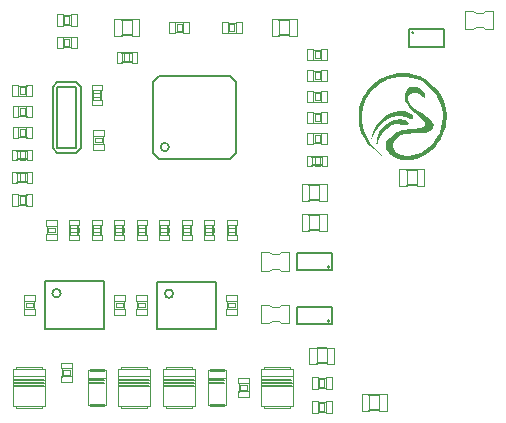
<source format=gbo>
G04 (created by PCBNEW (2013-03-19 BZR 4004)-stable) date 2014/11/26 17:53:31*
%MOIN*%
G04 Gerber Fmt 3.4, Leading zero omitted, Abs format*
%FSLAX34Y34*%
G01*
G70*
G90*
G04 APERTURE LIST*
%ADD10C,0*%
%ADD11C,0.00590551*%
%ADD12C,0.0026*%
%ADD13C,0.006*%
%ADD14C,0.004*%
%ADD15C,0.0019685*%
%ADD16C,0.0079*%
%ADD17C,0.0001*%
G04 APERTURE END LIST*
G54D10*
G54D11*
X70154Y-26234D02*
G75*
G03X70154Y-26234I-139J0D01*
G74*
G01*
X72377Y-25250D02*
X72377Y-24068D01*
X72377Y-24068D02*
X72181Y-23872D01*
X72181Y-23872D02*
X69818Y-23872D01*
X69818Y-23872D02*
X69622Y-24068D01*
X69622Y-24068D02*
X69622Y-26431D01*
X69622Y-26431D02*
X69818Y-26627D01*
X69818Y-26627D02*
X71984Y-26627D01*
X71984Y-26627D02*
X72181Y-26627D01*
X72181Y-26627D02*
X72377Y-26431D01*
X72377Y-26431D02*
X72377Y-25250D01*
G54D12*
X68910Y-21975D02*
X69165Y-21975D01*
X69165Y-21975D02*
X69165Y-22526D01*
X68910Y-22526D02*
X69165Y-22526D01*
X68910Y-21975D02*
X68910Y-22526D01*
X68330Y-21975D02*
X68586Y-21975D01*
X68586Y-21975D02*
X68586Y-22526D01*
X68330Y-22526D02*
X68586Y-22526D01*
X68330Y-21975D02*
X68330Y-22526D01*
G54D13*
X68589Y-22500D02*
X68911Y-22500D01*
X68589Y-22000D02*
X68911Y-22000D01*
G54D12*
X75410Y-32925D02*
X75665Y-32925D01*
X75665Y-32925D02*
X75665Y-33476D01*
X75410Y-33476D02*
X75665Y-33476D01*
X75410Y-32925D02*
X75410Y-33476D01*
X74830Y-32925D02*
X75086Y-32925D01*
X75086Y-32925D02*
X75086Y-33476D01*
X74830Y-33476D02*
X75086Y-33476D01*
X74830Y-32925D02*
X74830Y-33476D01*
G54D13*
X75089Y-33450D02*
X75411Y-33450D01*
X75089Y-32950D02*
X75411Y-32950D01*
G54D12*
X75160Y-28475D02*
X75415Y-28475D01*
X75415Y-28475D02*
X75415Y-29026D01*
X75160Y-29026D02*
X75415Y-29026D01*
X75160Y-28475D02*
X75160Y-29026D01*
X74580Y-28475D02*
X74836Y-28475D01*
X74836Y-28475D02*
X74836Y-29026D01*
X74580Y-29026D02*
X74836Y-29026D01*
X74580Y-28475D02*
X74580Y-29026D01*
G54D13*
X74839Y-29000D02*
X75161Y-29000D01*
X74839Y-28500D02*
X75161Y-28500D01*
G54D12*
X77160Y-34475D02*
X77415Y-34475D01*
X77415Y-34475D02*
X77415Y-35026D01*
X77160Y-35026D02*
X77415Y-35026D01*
X77160Y-34475D02*
X77160Y-35026D01*
X76580Y-34475D02*
X76836Y-34475D01*
X76836Y-34475D02*
X76836Y-35026D01*
X76580Y-35026D02*
X76836Y-35026D01*
X76580Y-34475D02*
X76580Y-35026D01*
G54D13*
X76839Y-35000D02*
X77161Y-35000D01*
X76839Y-34500D02*
X77161Y-34500D01*
G54D12*
X73840Y-22525D02*
X73585Y-22525D01*
X73585Y-22525D02*
X73585Y-21974D01*
X73840Y-21974D02*
X73585Y-21974D01*
X73840Y-22525D02*
X73840Y-21974D01*
X74420Y-22525D02*
X74164Y-22525D01*
X74164Y-22525D02*
X74164Y-21974D01*
X74420Y-21974D02*
X74164Y-21974D01*
X74420Y-22525D02*
X74420Y-21974D01*
G54D13*
X74161Y-22000D02*
X73839Y-22000D01*
X74161Y-22500D02*
X73839Y-22500D01*
G54D12*
X75160Y-27475D02*
X75415Y-27475D01*
X75415Y-27475D02*
X75415Y-28026D01*
X75160Y-28026D02*
X75415Y-28026D01*
X75160Y-27475D02*
X75160Y-28026D01*
X74580Y-27475D02*
X74836Y-27475D01*
X74836Y-27475D02*
X74836Y-28026D01*
X74580Y-28026D02*
X74836Y-28026D01*
X74580Y-27475D02*
X74580Y-28026D01*
G54D13*
X74839Y-28000D02*
X75161Y-28000D01*
X74839Y-27500D02*
X75161Y-27500D01*
G54D12*
X78410Y-26975D02*
X78665Y-26975D01*
X78665Y-26975D02*
X78665Y-27526D01*
X78410Y-27526D02*
X78665Y-27526D01*
X78410Y-26975D02*
X78410Y-27526D01*
X77830Y-26975D02*
X78086Y-26975D01*
X78086Y-26975D02*
X78086Y-27526D01*
X77830Y-27526D02*
X78086Y-27526D01*
X77830Y-26975D02*
X77830Y-27526D01*
G54D13*
X78089Y-27500D02*
X78411Y-27500D01*
X78089Y-27000D02*
X78411Y-27000D01*
G54D12*
X65440Y-26330D02*
X65600Y-26330D01*
X65600Y-26330D02*
X65600Y-26670D01*
X65440Y-26670D02*
X65600Y-26670D01*
X65440Y-26330D02*
X65440Y-26670D01*
X64940Y-26330D02*
X65100Y-26330D01*
X65100Y-26330D02*
X65100Y-26670D01*
X64940Y-26670D02*
X65100Y-26670D01*
X64940Y-26330D02*
X64940Y-26670D01*
X65192Y-26343D02*
X65348Y-26343D01*
X65348Y-26343D02*
X65348Y-26657D01*
X65192Y-26657D02*
X65348Y-26657D01*
X65192Y-26343D02*
X65192Y-26657D01*
G54D13*
X65100Y-26360D02*
X65440Y-26360D01*
X65440Y-26640D02*
X65100Y-26640D01*
G54D12*
X68580Y-23420D02*
X68420Y-23420D01*
X68420Y-23420D02*
X68420Y-23080D01*
X68580Y-23080D02*
X68420Y-23080D01*
X68580Y-23420D02*
X68580Y-23080D01*
X69080Y-23420D02*
X68920Y-23420D01*
X68920Y-23420D02*
X68920Y-23080D01*
X69080Y-23080D02*
X68920Y-23080D01*
X69080Y-23420D02*
X69080Y-23080D01*
X68828Y-23407D02*
X68672Y-23407D01*
X68672Y-23407D02*
X68672Y-23093D01*
X68828Y-23093D02*
X68672Y-23093D01*
X68828Y-23407D02*
X68828Y-23093D01*
G54D13*
X68920Y-23390D02*
X68580Y-23390D01*
X68580Y-23110D02*
X68920Y-23110D01*
G54D12*
X75270Y-26530D02*
X75430Y-26530D01*
X75430Y-26530D02*
X75430Y-26870D01*
X75270Y-26870D02*
X75430Y-26870D01*
X75270Y-26530D02*
X75270Y-26870D01*
X74770Y-26530D02*
X74930Y-26530D01*
X74930Y-26530D02*
X74930Y-26870D01*
X74770Y-26870D02*
X74930Y-26870D01*
X74770Y-26530D02*
X74770Y-26870D01*
X75022Y-26543D02*
X75178Y-26543D01*
X75178Y-26543D02*
X75178Y-26857D01*
X75022Y-26857D02*
X75178Y-26857D01*
X75022Y-26543D02*
X75022Y-26857D01*
G54D13*
X74930Y-26560D02*
X75270Y-26560D01*
X75270Y-26840D02*
X74930Y-26840D01*
G54D12*
X65440Y-27080D02*
X65600Y-27080D01*
X65600Y-27080D02*
X65600Y-27420D01*
X65440Y-27420D02*
X65600Y-27420D01*
X65440Y-27080D02*
X65440Y-27420D01*
X64940Y-27080D02*
X65100Y-27080D01*
X65100Y-27080D02*
X65100Y-27420D01*
X64940Y-27420D02*
X65100Y-27420D01*
X64940Y-27080D02*
X64940Y-27420D01*
X65192Y-27093D02*
X65348Y-27093D01*
X65348Y-27093D02*
X65348Y-27407D01*
X65192Y-27407D02*
X65348Y-27407D01*
X65192Y-27093D02*
X65192Y-27407D01*
G54D13*
X65100Y-27110D02*
X65440Y-27110D01*
X65440Y-27390D02*
X65100Y-27390D01*
G54D12*
X71670Y-29170D02*
X71670Y-29330D01*
X71670Y-29330D02*
X71330Y-29330D01*
X71330Y-29170D02*
X71330Y-29330D01*
X71670Y-29170D02*
X71330Y-29170D01*
X71670Y-28670D02*
X71670Y-28830D01*
X71670Y-28830D02*
X71330Y-28830D01*
X71330Y-28670D02*
X71330Y-28830D01*
X71670Y-28670D02*
X71330Y-28670D01*
X71657Y-28922D02*
X71657Y-29078D01*
X71657Y-29078D02*
X71343Y-29078D01*
X71343Y-28922D02*
X71343Y-29078D01*
X71657Y-28922D02*
X71343Y-28922D01*
G54D13*
X71640Y-28830D02*
X71640Y-29170D01*
X71360Y-29170D02*
X71360Y-28830D01*
G54D12*
X72420Y-29170D02*
X72420Y-29330D01*
X72420Y-29330D02*
X72080Y-29330D01*
X72080Y-29170D02*
X72080Y-29330D01*
X72420Y-29170D02*
X72080Y-29170D01*
X72420Y-28670D02*
X72420Y-28830D01*
X72420Y-28830D02*
X72080Y-28830D01*
X72080Y-28670D02*
X72080Y-28830D01*
X72420Y-28670D02*
X72080Y-28670D01*
X72407Y-28922D02*
X72407Y-29078D01*
X72407Y-29078D02*
X72093Y-29078D01*
X72093Y-28922D02*
X72093Y-29078D01*
X72407Y-28922D02*
X72093Y-28922D01*
G54D13*
X72390Y-28830D02*
X72390Y-29170D01*
X72110Y-29170D02*
X72110Y-28830D01*
G54D12*
X70920Y-29170D02*
X70920Y-29330D01*
X70920Y-29330D02*
X70580Y-29330D01*
X70580Y-29170D02*
X70580Y-29330D01*
X70920Y-29170D02*
X70580Y-29170D01*
X70920Y-28670D02*
X70920Y-28830D01*
X70920Y-28830D02*
X70580Y-28830D01*
X70580Y-28670D02*
X70580Y-28830D01*
X70920Y-28670D02*
X70580Y-28670D01*
X70907Y-28922D02*
X70907Y-29078D01*
X70907Y-29078D02*
X70593Y-29078D01*
X70593Y-28922D02*
X70593Y-29078D01*
X70907Y-28922D02*
X70593Y-28922D01*
G54D13*
X70890Y-28830D02*
X70890Y-29170D01*
X70610Y-29170D02*
X70610Y-28830D01*
G54D12*
X68670Y-29170D02*
X68670Y-29330D01*
X68670Y-29330D02*
X68330Y-29330D01*
X68330Y-29170D02*
X68330Y-29330D01*
X68670Y-29170D02*
X68330Y-29170D01*
X68670Y-28670D02*
X68670Y-28830D01*
X68670Y-28830D02*
X68330Y-28830D01*
X68330Y-28670D02*
X68330Y-28830D01*
X68670Y-28670D02*
X68330Y-28670D01*
X68657Y-28922D02*
X68657Y-29078D01*
X68657Y-29078D02*
X68343Y-29078D01*
X68343Y-28922D02*
X68343Y-29078D01*
X68657Y-28922D02*
X68343Y-28922D01*
G54D13*
X68640Y-28830D02*
X68640Y-29170D01*
X68360Y-29170D02*
X68360Y-28830D01*
G54D12*
X67170Y-29170D02*
X67170Y-29330D01*
X67170Y-29330D02*
X66830Y-29330D01*
X66830Y-29170D02*
X66830Y-29330D01*
X67170Y-29170D02*
X66830Y-29170D01*
X67170Y-28670D02*
X67170Y-28830D01*
X67170Y-28830D02*
X66830Y-28830D01*
X66830Y-28670D02*
X66830Y-28830D01*
X67170Y-28670D02*
X66830Y-28670D01*
X67157Y-28922D02*
X67157Y-29078D01*
X67157Y-29078D02*
X66843Y-29078D01*
X66843Y-28922D02*
X66843Y-29078D01*
X67157Y-28922D02*
X66843Y-28922D01*
G54D13*
X67140Y-28830D02*
X67140Y-29170D01*
X66860Y-29170D02*
X66860Y-28830D01*
G54D12*
X69420Y-29170D02*
X69420Y-29330D01*
X69420Y-29330D02*
X69080Y-29330D01*
X69080Y-29170D02*
X69080Y-29330D01*
X69420Y-29170D02*
X69080Y-29170D01*
X69420Y-28670D02*
X69420Y-28830D01*
X69420Y-28830D02*
X69080Y-28830D01*
X69080Y-28670D02*
X69080Y-28830D01*
X69420Y-28670D02*
X69080Y-28670D01*
X69407Y-28922D02*
X69407Y-29078D01*
X69407Y-29078D02*
X69093Y-29078D01*
X69093Y-28922D02*
X69093Y-29078D01*
X69407Y-28922D02*
X69093Y-28922D01*
G54D13*
X69390Y-28830D02*
X69390Y-29170D01*
X69110Y-29170D02*
X69110Y-28830D01*
G54D12*
X70170Y-29170D02*
X70170Y-29330D01*
X70170Y-29330D02*
X69830Y-29330D01*
X69830Y-29170D02*
X69830Y-29330D01*
X70170Y-29170D02*
X69830Y-29170D01*
X70170Y-28670D02*
X70170Y-28830D01*
X70170Y-28830D02*
X69830Y-28830D01*
X69830Y-28670D02*
X69830Y-28830D01*
X70170Y-28670D02*
X69830Y-28670D01*
X70157Y-28922D02*
X70157Y-29078D01*
X70157Y-29078D02*
X69843Y-29078D01*
X69843Y-28922D02*
X69843Y-29078D01*
X70157Y-28922D02*
X69843Y-28922D01*
G54D13*
X70140Y-28830D02*
X70140Y-29170D01*
X69860Y-29170D02*
X69860Y-28830D01*
G54D12*
X67580Y-24330D02*
X67580Y-24170D01*
X67580Y-24170D02*
X67920Y-24170D01*
X67920Y-24330D02*
X67920Y-24170D01*
X67580Y-24330D02*
X67920Y-24330D01*
X67580Y-24830D02*
X67580Y-24670D01*
X67580Y-24670D02*
X67920Y-24670D01*
X67920Y-24830D02*
X67920Y-24670D01*
X67580Y-24830D02*
X67920Y-24830D01*
X67593Y-24578D02*
X67593Y-24422D01*
X67593Y-24422D02*
X67907Y-24422D01*
X67907Y-24578D02*
X67907Y-24422D01*
X67593Y-24578D02*
X67907Y-24578D01*
G54D13*
X67610Y-24670D02*
X67610Y-24330D01*
X67890Y-24330D02*
X67890Y-24670D01*
G54D12*
X67920Y-29170D02*
X67920Y-29330D01*
X67920Y-29330D02*
X67580Y-29330D01*
X67580Y-29170D02*
X67580Y-29330D01*
X67920Y-29170D02*
X67580Y-29170D01*
X67920Y-28670D02*
X67920Y-28830D01*
X67920Y-28830D02*
X67580Y-28830D01*
X67580Y-28670D02*
X67580Y-28830D01*
X67920Y-28670D02*
X67580Y-28670D01*
X67907Y-28922D02*
X67907Y-29078D01*
X67907Y-29078D02*
X67593Y-29078D01*
X67593Y-28922D02*
X67593Y-29078D01*
X67907Y-28922D02*
X67593Y-28922D01*
G54D13*
X67890Y-28830D02*
X67890Y-29170D01*
X67610Y-29170D02*
X67610Y-28830D01*
G54D11*
X66277Y-24226D02*
X66277Y-26234D01*
X66277Y-26234D02*
X66277Y-26273D01*
X66277Y-26273D02*
X66435Y-26431D01*
X66435Y-26431D02*
X67064Y-26431D01*
X67064Y-26431D02*
X67222Y-26273D01*
X67222Y-26273D02*
X67222Y-24226D01*
X67222Y-24226D02*
X67064Y-24068D01*
X67064Y-24068D02*
X66435Y-24068D01*
X66435Y-24068D02*
X66277Y-24226D01*
X66435Y-24226D02*
X66435Y-26234D01*
X66435Y-26234D02*
X66435Y-26273D01*
X66435Y-26273D02*
X67064Y-26273D01*
X67064Y-26273D02*
X67064Y-24226D01*
X67064Y-24226D02*
X66435Y-24226D01*
G54D12*
X66935Y-33420D02*
X66935Y-33617D01*
X66935Y-33617D02*
X66561Y-33617D01*
X66561Y-33420D02*
X66561Y-33617D01*
X66935Y-33420D02*
X66561Y-33420D01*
X66935Y-33880D02*
X66935Y-34076D01*
X66935Y-34076D02*
X66561Y-34076D01*
X66561Y-33880D02*
X66561Y-34076D01*
X66935Y-33880D02*
X66561Y-33880D01*
X66868Y-33672D02*
X66868Y-33828D01*
X66868Y-33828D02*
X66632Y-33828D01*
X66632Y-33672D02*
X66632Y-33828D01*
X66868Y-33672D02*
X66632Y-33672D01*
G54D14*
X66580Y-33610D02*
X66580Y-33890D01*
X66914Y-33610D02*
X66914Y-33890D01*
G54D12*
X72835Y-33920D02*
X72835Y-34117D01*
X72835Y-34117D02*
X72461Y-34117D01*
X72461Y-33920D02*
X72461Y-34117D01*
X72835Y-33920D02*
X72461Y-33920D01*
X72835Y-34380D02*
X72835Y-34576D01*
X72835Y-34576D02*
X72461Y-34576D01*
X72461Y-34380D02*
X72461Y-34576D01*
X72835Y-34380D02*
X72461Y-34380D01*
X72768Y-34172D02*
X72768Y-34328D01*
X72768Y-34328D02*
X72532Y-34328D01*
X72532Y-34172D02*
X72532Y-34328D01*
X72768Y-34172D02*
X72532Y-34172D01*
G54D14*
X72480Y-34110D02*
X72480Y-34390D01*
X72814Y-34110D02*
X72814Y-34390D01*
G54D12*
X75430Y-26135D02*
X75233Y-26135D01*
X75233Y-26135D02*
X75233Y-25761D01*
X75430Y-25761D02*
X75233Y-25761D01*
X75430Y-26135D02*
X75430Y-25761D01*
X74970Y-26135D02*
X74774Y-26135D01*
X74774Y-26135D02*
X74774Y-25761D01*
X74970Y-25761D02*
X74774Y-25761D01*
X74970Y-26135D02*
X74970Y-25761D01*
X75178Y-26068D02*
X75022Y-26068D01*
X75022Y-26068D02*
X75022Y-25832D01*
X75178Y-25832D02*
X75022Y-25832D01*
X75178Y-26068D02*
X75178Y-25832D01*
G54D14*
X75240Y-25780D02*
X74960Y-25780D01*
X75240Y-26114D02*
X74960Y-26114D01*
G54D12*
X74770Y-25065D02*
X74967Y-25065D01*
X74967Y-25065D02*
X74967Y-25439D01*
X74770Y-25439D02*
X74967Y-25439D01*
X74770Y-25065D02*
X74770Y-25439D01*
X75230Y-25065D02*
X75426Y-25065D01*
X75426Y-25065D02*
X75426Y-25439D01*
X75230Y-25439D02*
X75426Y-25439D01*
X75230Y-25065D02*
X75230Y-25439D01*
X75022Y-25132D02*
X75178Y-25132D01*
X75178Y-25132D02*
X75178Y-25368D01*
X75022Y-25368D02*
X75178Y-25368D01*
X75022Y-25132D02*
X75022Y-25368D01*
G54D14*
X74960Y-25420D02*
X75240Y-25420D01*
X74960Y-25086D02*
X75240Y-25086D01*
G54D12*
X74770Y-24365D02*
X74967Y-24365D01*
X74967Y-24365D02*
X74967Y-24739D01*
X74770Y-24739D02*
X74967Y-24739D01*
X74770Y-24365D02*
X74770Y-24739D01*
X75230Y-24365D02*
X75426Y-24365D01*
X75426Y-24365D02*
X75426Y-24739D01*
X75230Y-24739D02*
X75426Y-24739D01*
X75230Y-24365D02*
X75230Y-24739D01*
X75022Y-24432D02*
X75178Y-24432D01*
X75178Y-24432D02*
X75178Y-24668D01*
X75022Y-24668D02*
X75178Y-24668D01*
X75022Y-24432D02*
X75022Y-24668D01*
G54D14*
X74960Y-24720D02*
X75240Y-24720D01*
X74960Y-24386D02*
X75240Y-24386D01*
G54D12*
X67080Y-22935D02*
X66883Y-22935D01*
X66883Y-22935D02*
X66883Y-22561D01*
X67080Y-22561D02*
X66883Y-22561D01*
X67080Y-22935D02*
X67080Y-22561D01*
X66620Y-22935D02*
X66424Y-22935D01*
X66424Y-22935D02*
X66424Y-22561D01*
X66620Y-22561D02*
X66424Y-22561D01*
X66620Y-22935D02*
X66620Y-22561D01*
X66828Y-22868D02*
X66672Y-22868D01*
X66672Y-22868D02*
X66672Y-22632D01*
X66828Y-22632D02*
X66672Y-22632D01*
X66828Y-22868D02*
X66828Y-22632D01*
G54D14*
X66890Y-22580D02*
X66610Y-22580D01*
X66890Y-22914D02*
X66610Y-22914D01*
G54D12*
X65600Y-25235D02*
X65403Y-25235D01*
X65403Y-25235D02*
X65403Y-24861D01*
X65600Y-24861D02*
X65403Y-24861D01*
X65600Y-25235D02*
X65600Y-24861D01*
X65140Y-25235D02*
X64944Y-25235D01*
X64944Y-25235D02*
X64944Y-24861D01*
X65140Y-24861D02*
X64944Y-24861D01*
X65140Y-25235D02*
X65140Y-24861D01*
X65348Y-25168D02*
X65192Y-25168D01*
X65192Y-25168D02*
X65192Y-24932D01*
X65348Y-24932D02*
X65192Y-24932D01*
X65348Y-25168D02*
X65348Y-24932D01*
G54D14*
X65410Y-24880D02*
X65130Y-24880D01*
X65410Y-25214D02*
X65130Y-25214D01*
G54D12*
X65600Y-25935D02*
X65403Y-25935D01*
X65403Y-25935D02*
X65403Y-25561D01*
X65600Y-25561D02*
X65403Y-25561D01*
X65600Y-25935D02*
X65600Y-25561D01*
X65140Y-25935D02*
X64944Y-25935D01*
X64944Y-25935D02*
X64944Y-25561D01*
X65140Y-25561D02*
X64944Y-25561D01*
X65140Y-25935D02*
X65140Y-25561D01*
X65348Y-25868D02*
X65192Y-25868D01*
X65192Y-25868D02*
X65192Y-25632D01*
X65348Y-25632D02*
X65192Y-25632D01*
X65348Y-25868D02*
X65348Y-25632D01*
G54D14*
X65410Y-25580D02*
X65130Y-25580D01*
X65410Y-25914D02*
X65130Y-25914D01*
G54D12*
X67080Y-22185D02*
X66883Y-22185D01*
X66883Y-22185D02*
X66883Y-21811D01*
X67080Y-21811D02*
X66883Y-21811D01*
X67080Y-22185D02*
X67080Y-21811D01*
X66620Y-22185D02*
X66424Y-22185D01*
X66424Y-22185D02*
X66424Y-21811D01*
X66620Y-21811D02*
X66424Y-21811D01*
X66620Y-22185D02*
X66620Y-21811D01*
X66828Y-22118D02*
X66672Y-22118D01*
X66672Y-22118D02*
X66672Y-21882D01*
X66828Y-21882D02*
X66672Y-21882D01*
X66828Y-22118D02*
X66828Y-21882D01*
G54D14*
X66890Y-21830D02*
X66610Y-21830D01*
X66890Y-22164D02*
X66610Y-22164D01*
G54D12*
X70830Y-22435D02*
X70633Y-22435D01*
X70633Y-22435D02*
X70633Y-22061D01*
X70830Y-22061D02*
X70633Y-22061D01*
X70830Y-22435D02*
X70830Y-22061D01*
X70370Y-22435D02*
X70174Y-22435D01*
X70174Y-22435D02*
X70174Y-22061D01*
X70370Y-22061D02*
X70174Y-22061D01*
X70370Y-22435D02*
X70370Y-22061D01*
X70578Y-22368D02*
X70422Y-22368D01*
X70422Y-22368D02*
X70422Y-22132D01*
X70578Y-22132D02*
X70422Y-22132D01*
X70578Y-22368D02*
X70578Y-22132D01*
G54D14*
X70640Y-22080D02*
X70360Y-22080D01*
X70640Y-22414D02*
X70360Y-22414D01*
G54D12*
X71920Y-22065D02*
X72117Y-22065D01*
X72117Y-22065D02*
X72117Y-22439D01*
X71920Y-22439D02*
X72117Y-22439D01*
X71920Y-22065D02*
X71920Y-22439D01*
X72380Y-22065D02*
X72576Y-22065D01*
X72576Y-22065D02*
X72576Y-22439D01*
X72380Y-22439D02*
X72576Y-22439D01*
X72380Y-22065D02*
X72380Y-22439D01*
X72172Y-22132D02*
X72328Y-22132D01*
X72328Y-22132D02*
X72328Y-22368D01*
X72172Y-22368D02*
X72328Y-22368D01*
X72172Y-22132D02*
X72172Y-22368D01*
G54D14*
X72110Y-22420D02*
X72390Y-22420D01*
X72110Y-22086D02*
X72390Y-22086D01*
G54D12*
X64940Y-24165D02*
X65137Y-24165D01*
X65137Y-24165D02*
X65137Y-24539D01*
X64940Y-24539D02*
X65137Y-24539D01*
X64940Y-24165D02*
X64940Y-24539D01*
X65400Y-24165D02*
X65596Y-24165D01*
X65596Y-24165D02*
X65596Y-24539D01*
X65400Y-24539D02*
X65596Y-24539D01*
X65400Y-24165D02*
X65400Y-24539D01*
X65192Y-24232D02*
X65348Y-24232D01*
X65348Y-24232D02*
X65348Y-24468D01*
X65192Y-24468D02*
X65348Y-24468D01*
X65192Y-24232D02*
X65192Y-24468D01*
G54D14*
X65130Y-24520D02*
X65410Y-24520D01*
X65130Y-24186D02*
X65410Y-24186D01*
G54D12*
X66435Y-28670D02*
X66435Y-28867D01*
X66435Y-28867D02*
X66061Y-28867D01*
X66061Y-28670D02*
X66061Y-28867D01*
X66435Y-28670D02*
X66061Y-28670D01*
X66435Y-29130D02*
X66435Y-29326D01*
X66435Y-29326D02*
X66061Y-29326D01*
X66061Y-29130D02*
X66061Y-29326D01*
X66435Y-29130D02*
X66061Y-29130D01*
X66368Y-28922D02*
X66368Y-29078D01*
X66368Y-29078D02*
X66132Y-29078D01*
X66132Y-28922D02*
X66132Y-29078D01*
X66368Y-28922D02*
X66132Y-28922D01*
G54D14*
X66080Y-28860D02*
X66080Y-29140D01*
X66414Y-28860D02*
X66414Y-29140D01*
G54D12*
X74770Y-23665D02*
X74967Y-23665D01*
X74967Y-23665D02*
X74967Y-24039D01*
X74770Y-24039D02*
X74967Y-24039D01*
X74770Y-23665D02*
X74770Y-24039D01*
X75230Y-23665D02*
X75426Y-23665D01*
X75426Y-23665D02*
X75426Y-24039D01*
X75230Y-24039D02*
X75426Y-24039D01*
X75230Y-23665D02*
X75230Y-24039D01*
X75022Y-23732D02*
X75178Y-23732D01*
X75178Y-23732D02*
X75178Y-23968D01*
X75022Y-23968D02*
X75178Y-23968D01*
X75022Y-23732D02*
X75022Y-23968D01*
G54D14*
X74960Y-24020D02*
X75240Y-24020D01*
X74960Y-23686D02*
X75240Y-23686D01*
G54D12*
X74770Y-22965D02*
X74967Y-22965D01*
X74967Y-22965D02*
X74967Y-23339D01*
X74770Y-23339D02*
X74967Y-23339D01*
X74770Y-22965D02*
X74770Y-23339D01*
X75230Y-22965D02*
X75426Y-22965D01*
X75426Y-22965D02*
X75426Y-23339D01*
X75230Y-23339D02*
X75426Y-23339D01*
X75230Y-22965D02*
X75230Y-23339D01*
X75022Y-23032D02*
X75178Y-23032D01*
X75178Y-23032D02*
X75178Y-23268D01*
X75022Y-23268D02*
X75178Y-23268D01*
X75022Y-23032D02*
X75022Y-23268D01*
G54D14*
X74960Y-23320D02*
X75240Y-23320D01*
X74960Y-22986D02*
X75240Y-22986D01*
G54D12*
X67993Y-25672D02*
X67993Y-25869D01*
X67993Y-25869D02*
X67619Y-25869D01*
X67619Y-25672D02*
X67619Y-25869D01*
X67993Y-25672D02*
X67619Y-25672D01*
X67993Y-26132D02*
X67993Y-26328D01*
X67993Y-26328D02*
X67619Y-26328D01*
X67619Y-26132D02*
X67619Y-26328D01*
X67993Y-26132D02*
X67619Y-26132D01*
X67926Y-25924D02*
X67926Y-26080D01*
X67926Y-26080D02*
X67690Y-26080D01*
X67690Y-25924D02*
X67690Y-26080D01*
X67926Y-25924D02*
X67690Y-25924D01*
G54D14*
X67638Y-25862D02*
X67638Y-26142D01*
X67972Y-25862D02*
X67972Y-26142D01*
G54D12*
X64940Y-27815D02*
X65137Y-27815D01*
X65137Y-27815D02*
X65137Y-28189D01*
X64940Y-28189D02*
X65137Y-28189D01*
X64940Y-27815D02*
X64940Y-28189D01*
X65400Y-27815D02*
X65596Y-27815D01*
X65596Y-27815D02*
X65596Y-28189D01*
X65400Y-28189D02*
X65596Y-28189D01*
X65400Y-27815D02*
X65400Y-28189D01*
X65192Y-27882D02*
X65348Y-27882D01*
X65348Y-27882D02*
X65348Y-28118D01*
X65192Y-28118D02*
X65348Y-28118D01*
X65192Y-27882D02*
X65192Y-28118D01*
G54D14*
X65130Y-28170D02*
X65410Y-28170D01*
X65130Y-27836D02*
X65410Y-27836D01*
G54D12*
X75580Y-35085D02*
X75383Y-35085D01*
X75383Y-35085D02*
X75383Y-34711D01*
X75580Y-34711D02*
X75383Y-34711D01*
X75580Y-35085D02*
X75580Y-34711D01*
X75120Y-35085D02*
X74924Y-35085D01*
X74924Y-35085D02*
X74924Y-34711D01*
X75120Y-34711D02*
X74924Y-34711D01*
X75120Y-35085D02*
X75120Y-34711D01*
X75328Y-35018D02*
X75172Y-35018D01*
X75172Y-35018D02*
X75172Y-34782D01*
X75328Y-34782D02*
X75172Y-34782D01*
X75328Y-35018D02*
X75328Y-34782D01*
G54D14*
X75390Y-34730D02*
X75110Y-34730D01*
X75390Y-35064D02*
X75110Y-35064D01*
G54D12*
X74920Y-33915D02*
X75117Y-33915D01*
X75117Y-33915D02*
X75117Y-34289D01*
X74920Y-34289D02*
X75117Y-34289D01*
X74920Y-33915D02*
X74920Y-34289D01*
X75380Y-33915D02*
X75576Y-33915D01*
X75576Y-33915D02*
X75576Y-34289D01*
X75380Y-34289D02*
X75576Y-34289D01*
X75380Y-33915D02*
X75380Y-34289D01*
X75172Y-33982D02*
X75328Y-33982D01*
X75328Y-33982D02*
X75328Y-34218D01*
X75172Y-34218D02*
X75328Y-34218D01*
X75172Y-33982D02*
X75172Y-34218D01*
G54D14*
X75110Y-34270D02*
X75390Y-34270D01*
X75110Y-33936D02*
X75390Y-33936D01*
G54D11*
X66548Y-31106D02*
G75*
G03X66548Y-31106I-139J0D01*
G74*
G01*
X66015Y-31500D02*
X66015Y-32287D01*
X66015Y-32287D02*
X67984Y-32287D01*
X67984Y-32287D02*
X67984Y-30712D01*
X67984Y-30712D02*
X66015Y-30712D01*
X66015Y-30712D02*
X66015Y-31500D01*
X70298Y-31124D02*
G75*
G03X70298Y-31124I-139J0D01*
G74*
G01*
X69765Y-31518D02*
X69765Y-32305D01*
X69765Y-32305D02*
X71734Y-32305D01*
X71734Y-32305D02*
X71734Y-30730D01*
X71734Y-30730D02*
X69765Y-30730D01*
X69765Y-30730D02*
X69765Y-31518D01*
X75500Y-32028D02*
G75*
G03X75500Y-32028I-27J0D01*
G74*
G01*
X75590Y-32146D02*
X74409Y-32146D01*
X74409Y-32146D02*
X74409Y-31556D01*
X74409Y-31556D02*
X75590Y-31556D01*
X75590Y-32146D02*
X75590Y-31556D01*
X78305Y-22421D02*
G75*
G03X78305Y-22421I-27J0D01*
G74*
G01*
X78159Y-22303D02*
X79340Y-22303D01*
X79340Y-22303D02*
X79340Y-22893D01*
X79340Y-22893D02*
X78159Y-22893D01*
X78159Y-22303D02*
X78159Y-22893D01*
X75500Y-30228D02*
G75*
G03X75500Y-30228I-27J0D01*
G74*
G01*
X75590Y-30346D02*
X74409Y-30346D01*
X74409Y-30346D02*
X74409Y-29756D01*
X74409Y-29756D02*
X75590Y-29756D01*
X75590Y-30346D02*
X75590Y-29756D01*
G54D15*
X80618Y-22236D02*
X80381Y-22236D01*
X80618Y-22236D02*
X80696Y-22314D01*
X80696Y-22314D02*
X80972Y-22314D01*
X80972Y-21724D02*
X80972Y-21685D01*
X80972Y-21685D02*
X80696Y-21685D01*
X80696Y-21685D02*
X80618Y-21763D01*
X80618Y-21763D02*
X80381Y-21763D01*
X80381Y-21763D02*
X80303Y-21685D01*
X80303Y-21685D02*
X80027Y-21685D01*
X80027Y-21685D02*
X80027Y-21881D01*
X80027Y-21881D02*
X80027Y-22314D01*
X80027Y-22314D02*
X80303Y-22314D01*
X80303Y-22314D02*
X80381Y-22236D01*
X80972Y-22314D02*
X80972Y-21724D01*
X73581Y-31563D02*
X73818Y-31563D01*
X73581Y-31563D02*
X73503Y-31485D01*
X73503Y-31485D02*
X73227Y-31485D01*
X73227Y-32075D02*
X73227Y-32114D01*
X73227Y-32114D02*
X73503Y-32114D01*
X73503Y-32114D02*
X73581Y-32036D01*
X73581Y-32036D02*
X73818Y-32036D01*
X73818Y-32036D02*
X73896Y-32114D01*
X73896Y-32114D02*
X74172Y-32114D01*
X74172Y-32114D02*
X74172Y-31918D01*
X74172Y-31918D02*
X74172Y-31485D01*
X74172Y-31485D02*
X73896Y-31485D01*
X73896Y-31485D02*
X73818Y-31563D01*
X73227Y-31485D02*
X73227Y-32075D01*
X73581Y-29813D02*
X73818Y-29813D01*
X73581Y-29813D02*
X73503Y-29735D01*
X73503Y-29735D02*
X73227Y-29735D01*
X73227Y-30325D02*
X73227Y-30364D01*
X73227Y-30364D02*
X73503Y-30364D01*
X73503Y-30364D02*
X73581Y-30286D01*
X73581Y-30286D02*
X73818Y-30286D01*
X73818Y-30286D02*
X73896Y-30364D01*
X73896Y-30364D02*
X74172Y-30364D01*
X74172Y-30364D02*
X74172Y-30168D01*
X74172Y-30168D02*
X74172Y-29735D01*
X74172Y-29735D02*
X73896Y-29735D01*
X73896Y-29735D02*
X73818Y-29813D01*
X73227Y-29735D02*
X73227Y-30325D01*
G54D16*
X69450Y-34200D02*
X69500Y-34200D01*
X68500Y-34200D02*
X69450Y-34200D01*
X68500Y-34100D02*
X69500Y-34100D01*
X68505Y-33990D02*
X69485Y-33990D01*
G54D12*
X69433Y-33562D02*
X69433Y-33640D01*
X69433Y-33640D02*
X68567Y-33640D01*
X68567Y-33562D02*
X68567Y-33640D01*
X69433Y-33562D02*
X68567Y-33562D01*
X69433Y-34860D02*
X69433Y-34938D01*
X69433Y-34938D02*
X68567Y-34938D01*
X68567Y-34860D02*
X68567Y-34938D01*
X69433Y-34860D02*
X68567Y-34860D01*
X69531Y-33621D02*
X69531Y-33876D01*
X69531Y-33876D02*
X68469Y-33876D01*
X68469Y-33621D02*
X68469Y-33876D01*
X69531Y-33621D02*
X68469Y-33621D01*
G54D14*
X68469Y-33621D02*
X68469Y-34879D01*
X68469Y-34879D02*
X69531Y-34879D01*
X69531Y-34879D02*
X69531Y-33621D01*
X69531Y-33621D02*
X68469Y-33621D01*
G54D16*
X65950Y-34200D02*
X66000Y-34200D01*
X65000Y-34200D02*
X65950Y-34200D01*
X65000Y-34100D02*
X66000Y-34100D01*
X65005Y-33990D02*
X65985Y-33990D01*
G54D12*
X65933Y-33562D02*
X65933Y-33640D01*
X65933Y-33640D02*
X65067Y-33640D01*
X65067Y-33562D02*
X65067Y-33640D01*
X65933Y-33562D02*
X65067Y-33562D01*
X65933Y-34860D02*
X65933Y-34938D01*
X65933Y-34938D02*
X65067Y-34938D01*
X65067Y-34860D02*
X65067Y-34938D01*
X65933Y-34860D02*
X65067Y-34860D01*
X66031Y-33621D02*
X66031Y-33876D01*
X66031Y-33876D02*
X64969Y-33876D01*
X64969Y-33621D02*
X64969Y-33876D01*
X66031Y-33621D02*
X64969Y-33621D01*
G54D14*
X64969Y-33621D02*
X64969Y-34879D01*
X64969Y-34879D02*
X66031Y-34879D01*
X66031Y-34879D02*
X66031Y-33621D01*
X66031Y-33621D02*
X64969Y-33621D01*
G54D16*
X74200Y-34200D02*
X74250Y-34200D01*
X73250Y-34200D02*
X74200Y-34200D01*
X73250Y-34100D02*
X74250Y-34100D01*
X73255Y-33990D02*
X74235Y-33990D01*
G54D12*
X74183Y-33562D02*
X74183Y-33640D01*
X74183Y-33640D02*
X73317Y-33640D01*
X73317Y-33562D02*
X73317Y-33640D01*
X74183Y-33562D02*
X73317Y-33562D01*
X74183Y-34860D02*
X74183Y-34938D01*
X74183Y-34938D02*
X73317Y-34938D01*
X73317Y-34860D02*
X73317Y-34938D01*
X74183Y-34860D02*
X73317Y-34860D01*
X74281Y-33621D02*
X74281Y-33876D01*
X74281Y-33876D02*
X73219Y-33876D01*
X73219Y-33621D02*
X73219Y-33876D01*
X74281Y-33621D02*
X73219Y-33621D01*
G54D14*
X73219Y-33621D02*
X73219Y-34879D01*
X73219Y-34879D02*
X74281Y-34879D01*
X74281Y-34879D02*
X74281Y-33621D01*
X74281Y-33621D02*
X73219Y-33621D01*
G54D16*
X70950Y-34200D02*
X71000Y-34200D01*
X70000Y-34200D02*
X70950Y-34200D01*
X70000Y-34100D02*
X71000Y-34100D01*
X70005Y-33990D02*
X70985Y-33990D01*
G54D12*
X70933Y-33562D02*
X70933Y-33640D01*
X70933Y-33640D02*
X70067Y-33640D01*
X70067Y-33562D02*
X70067Y-33640D01*
X70933Y-33562D02*
X70067Y-33562D01*
X70933Y-34860D02*
X70933Y-34938D01*
X70933Y-34938D02*
X70067Y-34938D01*
X70067Y-34860D02*
X70067Y-34938D01*
X70933Y-34860D02*
X70067Y-34860D01*
X71031Y-33621D02*
X71031Y-33876D01*
X71031Y-33876D02*
X69969Y-33876D01*
X69969Y-33621D02*
X69969Y-33876D01*
X71031Y-33621D02*
X69969Y-33621D01*
G54D14*
X69969Y-33621D02*
X69969Y-34879D01*
X69969Y-34879D02*
X71031Y-34879D01*
X71031Y-34879D02*
X71031Y-33621D01*
X71031Y-33621D02*
X69969Y-33621D01*
G54D16*
X67500Y-34100D02*
X68000Y-34100D01*
X67500Y-34000D02*
X68000Y-34000D01*
G54D12*
X67986Y-33621D02*
X67986Y-33699D01*
X67986Y-33699D02*
X67514Y-33699D01*
X67514Y-33621D02*
X67514Y-33699D01*
X67986Y-33621D02*
X67514Y-33621D01*
X67986Y-34801D02*
X67986Y-34879D01*
X67986Y-34879D02*
X67514Y-34879D01*
X67514Y-34801D02*
X67514Y-34879D01*
X67986Y-34801D02*
X67514Y-34801D01*
X68045Y-33680D02*
X68045Y-33936D01*
X68045Y-33936D02*
X67455Y-33936D01*
X67455Y-33680D02*
X67455Y-33936D01*
X68045Y-33680D02*
X67455Y-33680D01*
G54D14*
X67455Y-33680D02*
X67455Y-34820D01*
X67455Y-34820D02*
X68045Y-34820D01*
X68045Y-34820D02*
X68045Y-33680D01*
X68045Y-33680D02*
X67455Y-33680D01*
G54D16*
X71500Y-34100D02*
X72000Y-34100D01*
X71500Y-34000D02*
X72000Y-34000D01*
G54D12*
X71986Y-33621D02*
X71986Y-33699D01*
X71986Y-33699D02*
X71514Y-33699D01*
X71514Y-33621D02*
X71514Y-33699D01*
X71986Y-33621D02*
X71514Y-33621D01*
X71986Y-34801D02*
X71986Y-34879D01*
X71986Y-34879D02*
X71514Y-34879D01*
X71514Y-34801D02*
X71514Y-34879D01*
X71986Y-34801D02*
X71514Y-34801D01*
X72045Y-33680D02*
X72045Y-33936D01*
X72045Y-33936D02*
X71455Y-33936D01*
X71455Y-33680D02*
X71455Y-33936D01*
X72045Y-33680D02*
X71455Y-33680D01*
G54D14*
X71455Y-33680D02*
X71455Y-34820D01*
X71455Y-34820D02*
X72045Y-34820D01*
X72045Y-34820D02*
X72045Y-33680D01*
X72045Y-33680D02*
X71455Y-33680D01*
G54D12*
X68315Y-31830D02*
X68315Y-31633D01*
X68315Y-31633D02*
X68689Y-31633D01*
X68689Y-31830D02*
X68689Y-31633D01*
X68315Y-31830D02*
X68689Y-31830D01*
X68315Y-31370D02*
X68315Y-31174D01*
X68315Y-31174D02*
X68689Y-31174D01*
X68689Y-31370D02*
X68689Y-31174D01*
X68315Y-31370D02*
X68689Y-31370D01*
X68382Y-31578D02*
X68382Y-31422D01*
X68382Y-31422D02*
X68618Y-31422D01*
X68618Y-31578D02*
X68618Y-31422D01*
X68382Y-31578D02*
X68618Y-31578D01*
G54D14*
X68670Y-31640D02*
X68670Y-31360D01*
X68336Y-31640D02*
X68336Y-31360D01*
G54D12*
X65315Y-31830D02*
X65315Y-31633D01*
X65315Y-31633D02*
X65689Y-31633D01*
X65689Y-31830D02*
X65689Y-31633D01*
X65315Y-31830D02*
X65689Y-31830D01*
X65315Y-31370D02*
X65315Y-31174D01*
X65315Y-31174D02*
X65689Y-31174D01*
X65689Y-31370D02*
X65689Y-31174D01*
X65315Y-31370D02*
X65689Y-31370D01*
X65382Y-31578D02*
X65382Y-31422D01*
X65382Y-31422D02*
X65618Y-31422D01*
X65618Y-31578D02*
X65618Y-31422D01*
X65382Y-31578D02*
X65618Y-31578D01*
G54D14*
X65670Y-31640D02*
X65670Y-31360D01*
X65336Y-31640D02*
X65336Y-31360D01*
G54D12*
X72065Y-31830D02*
X72065Y-31633D01*
X72065Y-31633D02*
X72439Y-31633D01*
X72439Y-31830D02*
X72439Y-31633D01*
X72065Y-31830D02*
X72439Y-31830D01*
X72065Y-31370D02*
X72065Y-31174D01*
X72065Y-31174D02*
X72439Y-31174D01*
X72439Y-31370D02*
X72439Y-31174D01*
X72065Y-31370D02*
X72439Y-31370D01*
X72132Y-31578D02*
X72132Y-31422D01*
X72132Y-31422D02*
X72368Y-31422D01*
X72368Y-31578D02*
X72368Y-31422D01*
X72132Y-31578D02*
X72368Y-31578D01*
G54D14*
X72420Y-31640D02*
X72420Y-31360D01*
X72086Y-31640D02*
X72086Y-31360D01*
G54D12*
X69065Y-31830D02*
X69065Y-31633D01*
X69065Y-31633D02*
X69439Y-31633D01*
X69439Y-31830D02*
X69439Y-31633D01*
X69065Y-31830D02*
X69439Y-31830D01*
X69065Y-31370D02*
X69065Y-31174D01*
X69065Y-31174D02*
X69439Y-31174D01*
X69439Y-31370D02*
X69439Y-31174D01*
X69065Y-31370D02*
X69439Y-31370D01*
X69132Y-31578D02*
X69132Y-31422D01*
X69132Y-31422D02*
X69368Y-31422D01*
X69368Y-31578D02*
X69368Y-31422D01*
X69132Y-31578D02*
X69368Y-31578D01*
G54D14*
X69420Y-31640D02*
X69420Y-31360D01*
X69086Y-31640D02*
X69086Y-31360D01*
G54D17*
G36*
X79417Y-25256D02*
X79406Y-25402D01*
X79376Y-25553D01*
X79332Y-25706D01*
X79271Y-25857D01*
X79222Y-25955D01*
X79142Y-26082D01*
X79044Y-26203D01*
X78930Y-26318D01*
X78807Y-26419D01*
X78677Y-26506D01*
X78544Y-26575D01*
X78500Y-26593D01*
X78377Y-26630D01*
X78242Y-26654D01*
X78104Y-26665D01*
X77972Y-26660D01*
X77918Y-26653D01*
X77783Y-26621D01*
X77664Y-26574D01*
X77564Y-26512D01*
X77480Y-26435D01*
X77416Y-26343D01*
X77405Y-26322D01*
X77384Y-26256D01*
X77377Y-26181D01*
X77386Y-26107D01*
X77408Y-26045D01*
X77449Y-25983D01*
X77510Y-25919D01*
X77586Y-25856D01*
X77672Y-25797D01*
X77762Y-25746D01*
X77855Y-25704D01*
X77856Y-25704D01*
X77938Y-25678D01*
X78032Y-25657D01*
X78142Y-25641D01*
X78272Y-25629D01*
X78318Y-25626D01*
X78388Y-25620D01*
X78456Y-25614D01*
X78513Y-25606D01*
X78556Y-25598D01*
X78567Y-25595D01*
X78617Y-25573D01*
X78658Y-25542D01*
X78684Y-25506D01*
X78691Y-25478D01*
X78680Y-25428D01*
X78649Y-25370D01*
X78600Y-25306D01*
X78534Y-25237D01*
X78453Y-25167D01*
X78423Y-25142D01*
X78356Y-25087D01*
X78288Y-25024D01*
X78223Y-24958D01*
X78163Y-24893D01*
X78113Y-24832D01*
X78078Y-24781D01*
X78071Y-24768D01*
X78036Y-24694D01*
X78018Y-24630D01*
X78013Y-24570D01*
X78020Y-24508D01*
X78045Y-24416D01*
X78086Y-24340D01*
X78138Y-24282D01*
X78200Y-24242D01*
X78229Y-24233D01*
X78283Y-24226D01*
X78349Y-24227D01*
X78419Y-24238D01*
X78477Y-24253D01*
X78546Y-24287D01*
X78606Y-24337D01*
X78652Y-24398D01*
X78682Y-24464D01*
X78691Y-24526D01*
X78689Y-24572D01*
X78684Y-24596D01*
X78670Y-24598D01*
X78646Y-24582D01*
X78622Y-24559D01*
X78558Y-24507D01*
X78487Y-24466D01*
X78415Y-24438D01*
X78348Y-24426D01*
X78343Y-24426D01*
X78276Y-24435D01*
X78215Y-24459D01*
X78168Y-24494D01*
X78157Y-24507D01*
X78137Y-24554D01*
X78128Y-24612D01*
X78132Y-24673D01*
X78149Y-24730D01*
X78151Y-24732D01*
X78196Y-24804D01*
X78264Y-24879D01*
X78354Y-24957D01*
X78462Y-25034D01*
X78577Y-25105D01*
X78685Y-25169D01*
X78772Y-25226D01*
X78842Y-25281D01*
X78896Y-25334D01*
X78936Y-25387D01*
X78955Y-25420D01*
X78976Y-25485D01*
X78974Y-25548D01*
X78951Y-25609D01*
X78908Y-25664D01*
X78845Y-25711D01*
X78768Y-25748D01*
X78744Y-25756D01*
X78718Y-25763D01*
X78689Y-25767D01*
X78652Y-25771D01*
X78604Y-25774D01*
X78541Y-25775D01*
X78460Y-25777D01*
X78416Y-25778D01*
X78282Y-25781D01*
X78171Y-25786D01*
X78076Y-25796D01*
X77999Y-25809D01*
X77932Y-25827D01*
X77875Y-25850D01*
X77824Y-25881D01*
X77776Y-25917D01*
X77760Y-25930D01*
X77696Y-25999D01*
X77653Y-26073D01*
X77632Y-26149D01*
X77632Y-26223D01*
X77648Y-26282D01*
X77693Y-26358D01*
X77758Y-26418D01*
X77840Y-26466D01*
X77941Y-26501D01*
X78056Y-26520D01*
X78158Y-26525D01*
X78299Y-26514D01*
X78437Y-26478D01*
X78572Y-26419D01*
X78704Y-26338D01*
X78832Y-26234D01*
X78880Y-26188D01*
X79000Y-26052D01*
X79099Y-25906D01*
X79176Y-25753D01*
X79232Y-25594D01*
X79268Y-25430D01*
X79284Y-25265D01*
X79278Y-25101D01*
X79251Y-24937D01*
X79204Y-24776D01*
X79135Y-24620D01*
X79045Y-24472D01*
X78936Y-24333D01*
X78859Y-24254D01*
X78724Y-24142D01*
X78580Y-24050D01*
X78427Y-23978D01*
X78268Y-23928D01*
X78104Y-23897D01*
X77940Y-23887D01*
X77776Y-23898D01*
X77612Y-23929D01*
X77452Y-23980D01*
X77300Y-24052D01*
X77156Y-24145D01*
X77024Y-24254D01*
X76935Y-24346D01*
X76861Y-24436D01*
X76798Y-24534D01*
X76742Y-24637D01*
X76671Y-24805D01*
X76624Y-24974D01*
X76599Y-25146D01*
X76598Y-25321D01*
X76603Y-25385D01*
X76626Y-25540D01*
X76663Y-25686D01*
X76714Y-25824D01*
X76782Y-25958D01*
X76868Y-26088D01*
X76972Y-26218D01*
X77096Y-26350D01*
X77243Y-26486D01*
X77259Y-26500D01*
X77286Y-26525D01*
X77296Y-26536D01*
X77289Y-26534D01*
X77268Y-26521D01*
X77235Y-26498D01*
X77189Y-26464D01*
X77134Y-26422D01*
X77119Y-26409D01*
X76981Y-26297D01*
X76865Y-26190D01*
X76768Y-26085D01*
X76688Y-25979D01*
X76623Y-25870D01*
X76571Y-25755D01*
X76531Y-25630D01*
X76500Y-25495D01*
X76496Y-25471D01*
X76476Y-25284D01*
X76479Y-25102D01*
X76504Y-24922D01*
X76553Y-24747D01*
X76624Y-24580D01*
X76715Y-24422D01*
X76828Y-24275D01*
X76924Y-24174D01*
X77060Y-24058D01*
X77201Y-23961D01*
X77353Y-23885D01*
X77518Y-23826D01*
X77698Y-23784D01*
X77725Y-23779D01*
X77820Y-23765D01*
X77902Y-23757D01*
X77977Y-23757D01*
X78056Y-23763D01*
X78148Y-23778D01*
X78153Y-23778D01*
X78344Y-23821D01*
X78520Y-23883D01*
X78684Y-23965D01*
X78834Y-24066D01*
X78973Y-24187D01*
X79004Y-24220D01*
X79117Y-24350D01*
X79211Y-24488D01*
X79286Y-24636D01*
X79344Y-24796D01*
X79388Y-24971D01*
X79411Y-25123D01*
X79417Y-25256D01*
X79417Y-25256D01*
X79417Y-25256D01*
G37*
G36*
X78151Y-25438D02*
X78140Y-25470D01*
X78111Y-25493D01*
X78064Y-25504D01*
X78004Y-25502D01*
X77931Y-25490D01*
X77920Y-25487D01*
X77814Y-25471D01*
X77707Y-25479D01*
X77599Y-25510D01*
X77488Y-25565D01*
X77488Y-25566D01*
X77409Y-25623D01*
X77332Y-25702D01*
X77260Y-25798D01*
X77192Y-25907D01*
X77135Y-26026D01*
X77128Y-26042D01*
X77109Y-26088D01*
X77092Y-26125D01*
X77081Y-26147D01*
X77079Y-26150D01*
X77075Y-26144D01*
X77075Y-26118D01*
X77077Y-26080D01*
X77078Y-26072D01*
X77092Y-25969D01*
X77116Y-25875D01*
X77153Y-25782D01*
X77171Y-25746D01*
X77236Y-25638D01*
X77320Y-25541D01*
X77420Y-25456D01*
X77531Y-25388D01*
X77651Y-25338D01*
X77655Y-25338D01*
X77731Y-25319D01*
X77809Y-25311D01*
X77888Y-25311D01*
X77962Y-25319D01*
X78028Y-25335D01*
X78084Y-25357D01*
X78124Y-25385D01*
X78148Y-25418D01*
X78151Y-25438D01*
X78151Y-25438D01*
X78151Y-25438D01*
G37*
G36*
X78308Y-25223D02*
X78301Y-25258D01*
X78283Y-25280D01*
X78250Y-25288D01*
X78202Y-25284D01*
X78136Y-25266D01*
X78087Y-25250D01*
X78037Y-25234D01*
X77999Y-25223D01*
X77960Y-25216D01*
X77916Y-25213D01*
X77859Y-25212D01*
X77828Y-25211D01*
X77760Y-25212D01*
X77707Y-25214D01*
X77664Y-25220D01*
X77625Y-25230D01*
X77595Y-25239D01*
X77468Y-25295D01*
X77348Y-25373D01*
X77234Y-25474D01*
X77127Y-25598D01*
X77027Y-25746D01*
X76964Y-25857D01*
X76940Y-25901D01*
X76920Y-25934D01*
X76908Y-25953D01*
X76904Y-25954D01*
X76908Y-25938D01*
X76917Y-25905D01*
X76930Y-25859D01*
X76941Y-25822D01*
X76999Y-25668D01*
X77069Y-25527D01*
X77151Y-25404D01*
X77244Y-25299D01*
X77315Y-25238D01*
X77441Y-25155D01*
X77570Y-25092D01*
X77701Y-25051D01*
X77832Y-25032D01*
X77961Y-25035D01*
X78013Y-25043D01*
X78101Y-25066D01*
X78177Y-25095D01*
X78239Y-25129D01*
X78281Y-25166D01*
X78304Y-25203D01*
X78308Y-25223D01*
X78308Y-25223D01*
X78308Y-25223D01*
G37*
M02*

</source>
